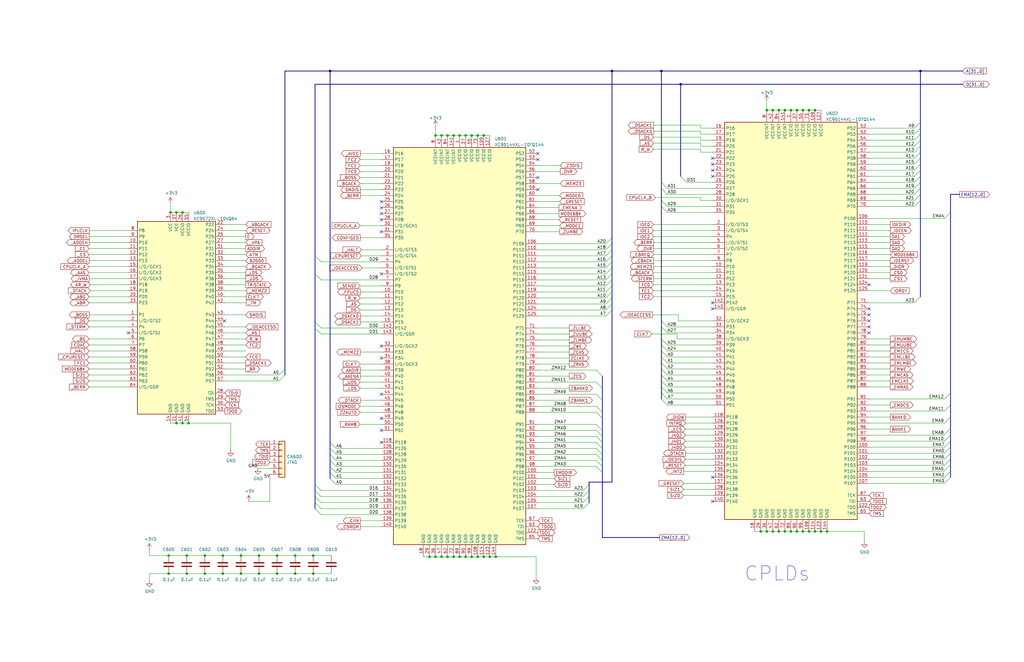
<source format=kicad_sch>
(kicad_sch (version 20231120) (generator "eeschema") (generator_version "8.0")
  (paper "B")
  (title_block (title "Amiga N2630 MC68880 PGA") (date "2024-03-24") (rev "4.1.0b"))
  (junction (at 93.98 234.442))
  (junction (at 124.46 234.442))
  (junction (at 336.042 224.282))
  (junction (at 71.882 89.662))
  (junction (at 74.422 178.562))
  (junction (at 74.422 89.662))
  (junction (at 109.22 234.442))
  (junction (at 71.12 234.442))
  (junction (at 206.502 234.95))
  (junction (at 132.08 234.442))
  (junction (at 209.042 234.95))
  (junction (at 203.962 57.15))
  (junction (at 139.192 29.972))
  (junction (at 109.22 242.062))
  (junction (at 258.064 29.972))
  (junction (at 132.08 242.062))
  (junction (at 191.262 57.15))
  (junction (at 193.802 57.15))
  (junction (at 86.36 234.442))
  (junction (at 196.342 57.15))
  (junction (at 325.882 224.282))
  (junction (at 183.642 57.15))
  (junction (at 191.262 234.95))
  (junction (at 76.962 178.562))
  (junction (at 343.662 46.482))
  (junction (at 330.962 224.282))
  (junction (at 388.112 29.972))
  (junction (at 116.84 234.442))
  (junction (at 188.722 57.15))
  (junction (at 201.422 57.15))
  (junction (at 181.102 234.95))
  (junction (at 341.122 46.482))
  (junction (at 287.02 35.56))
  (junction (at 78.74 234.442))
  (junction (at 76.962 89.662))
  (junction (at 78.74 242.062))
  (junction (at 124.46 242.062))
  (junction (at 278.892 29.972))
  (junction (at 333.502 224.282))
  (junction (at 101.6 234.442))
  (junction (at 341.122 224.282))
  (junction (at 323.342 46.482))
  (junction (at 325.882 46.482))
  (junction (at 338.582 46.482))
  (junction (at 346.202 224.282))
  (junction (at 186.182 234.95))
  (junction (at 198.882 57.15))
  (junction (at 79.502 178.562))
  (junction (at 196.342 234.95))
  (junction (at 186.182 57.15))
  (junction (at 93.98 242.062))
  (junction (at 328.422 46.482))
  (junction (at 101.6 242.062))
  (junction (at 323.342 224.282))
  (junction (at 328.422 224.282))
  (junction (at 343.662 224.282))
  (junction (at 330.962 46.482))
  (junction (at 116.84 242.062))
  (junction (at 336.042 46.482))
  (junction (at 320.802 224.282))
  (junction (at 338.582 224.282))
  (junction (at 183.642 234.95))
  (junction (at 71.12 242.062))
  (junction (at 86.36 242.062))
  (junction (at 333.502 46.482))
  (junction (at 193.802 234.95))
  (junction (at 203.962 234.95))
  (junction (at 188.722 234.95))
  (junction (at 201.422 234.95))
  (junction (at 348.742 224.282))
  (junction (at 198.882 234.95))
  (no_connect (at 300.482 66.802))
  (no_connect (at 160.782 166.37))
  (no_connect (at 160.782 186.69))
  (no_connect (at 226.822 80.01))
  (no_connect (at 226.822 74.93))
  (no_connect (at 226.822 67.31))
  (no_connect (at 226.822 64.77))
  (no_connect (at 300.482 211.582))
  (no_connect (at 366.522 120.142))
  (no_connect (at 160.782 115.57))
  (no_connect (at 160.782 97.79))
  (no_connect (at 160.782 146.05))
  (no_connect (at 366.522 130.302))
  (no_connect (at 300.482 71.882))
  (no_connect (at 300.482 201.422))
  (no_connect (at 160.782 92.71))
  (no_connect (at 300.482 74.422))
  (no_connect (at 366.522 140.462))
  (no_connect (at 366.522 137.922))
  (no_connect (at 366.522 135.382))
  (no_connect (at 160.782 85.09))
  (no_connect (at 160.782 87.63))
  (no_connect (at 160.782 90.17))
  (no_connect (at 300.482 69.342))
  (no_connect (at 94.742 135.382))
  (no_connect (at 160.782 151.13))
  (no_connect (at 160.782 176.53))
  (no_connect (at 160.782 181.61))
  (no_connect (at 366.522 132.842))
  (no_connect (at 54.102 140.462))
  (no_connect (at 300.482 130.302))
  (no_connect (at 300.482 127.762))
  (bus_entry (at 281.432 137.922) (size -2.54 -2.54))
  (bus_entry (at 398.272 186.182) (size 2.54 -2.54))
  (bus_entry (at 398.018 183.642) (size 2.54 -2.54))
  (bus_entry (at 398.272 188.722) (size 2.54 -2.54))
  (bus_entry (at 398.272 173.482) (size 2.54 -2.54))
  (bus_entry (at 398.272 178.562) (size 2.54 -2.54))
  (bus_entry (at 255.524 107.95) (size 2.54 -2.54))
  (bus_entry (at 385.572 74.422) (size 2.54 -2.54))
  (bus_entry (at 385.572 61.722) (size 2.54 -2.54))
  (bus_entry (at 255.524 133.35) (size 2.54 -2.54))
  (bus_entry (at 385.572 54.102) (size 2.54 -2.54))
  (bus_entry (at 281.432 89.662) (size -2.54 -2.54))
  (bus_entry (at 281.432 79.502) (size -2.54 -2.54))
  (bus_entry (at 385.572 127.762) (size 2.54 -2.54))
  (bus_entry (at 385.572 79.502) (size 2.54 -2.54))
  (bus_entry (at 135.382 209.55) (size -2.54 -2.54))
  (bus_entry (at 281.432 165.862) (size -2.54 -2.54))
  (bus_entry (at 398.272 201.422) (size 2.54 -2.54))
  (bus_entry (at 398.272 193.802) (size 2.54 -2.54))
  (bus_entry (at 398.272 203.962) (size 2.54 -2.54))
  (bus_entry (at 398.272 92.202) (size 2.54 -2.54))
  (bus_entry (at 398.018 198.882) (size 2.54 -2.54))
  (bus_entry (at 398.272 196.342) (size 2.54 -2.54))
  (bus_entry (at 398.272 191.262) (size 2.54 -2.54))
  (bus_entry (at 251.46 156.21) (size 2.54 2.54))
  (bus_entry (at 135.382 207.01) (size -2.54 -2.54))
  (bus_entry (at 281.432 163.322) (size -2.54 -2.54))
  (bus_entry (at 281.432 150.622) (size -2.54 -2.54))
  (bus_entry (at 281.432 145.542) (size -2.54 -2.54))
  (bus_entry (at 141.732 204.47) (size -2.54 -2.54))
  (bus_entry (at 141.732 196.85) (size -2.54 -2.54))
  (bus_entry (at 141.732 194.31) (size -2.54 -2.54))
  (bus_entry (at 141.732 199.39) (size -2.54 -2.54))
  (bus_entry (at 141.732 201.93) (size -2.54 -2.54))
  (bus_entry (at 141.732 189.23) (size -2.54 -2.54))
  (bus_entry (at 141.732 191.77) (size -2.54 -2.54))
  (bus_entry (at 255.524 118.11) (size 2.54 -2.54))
  (bus_entry (at 255.524 128.27) (size 2.54 -2.54))
  (bus_entry (at 255.524 120.65) (size 2.54 -2.54))
  (bus_entry (at 255.524 123.19) (size 2.54 -2.54))
  (bus_entry (at 255.524 125.73) (size 2.54 -2.54))
  (bus_entry (at 255.524 130.81) (size 2.54 -2.54))
  (bus_entry (at 245.872 207.01) (size 2.54 -2.54))
  (bus_entry (at 245.872 214.63) (size 2.54 -2.54))
  (bus_entry (at 245.872 212.09) (size 2.54 -2.54))
  (bus_entry (at 255.524 115.57) (size 2.54 -2.54))
  (bus_entry (at 255.524 113.03) (size 2.54 -2.54))
  (bus_entry (at 245.872 209.55) (size 2.54 -2.54))
  (bus_entry (at 251.46 161.29) (size 2.54 2.54))
  (bus_entry (at 385.572 84.582) (size 2.54 -2.54))
  (bus_entry (at 385.572 69.342) (size 2.54 -2.54))
  (bus_entry (at 255.524 110.49) (size 2.54 -2.54))
  (bus_entry (at 385.572 82.042) (size 2.54 -2.54))
  (bus_entry (at 385.572 59.182) (size 2.54 -2.54))
  (bus_entry (at 281.432 170.942) (size -2.54 -2.54))
  (bus_entry (at 385.572 56.642) (size 2.54 -2.54))
  (bus_entry (at 281.432 155.702) (size -2.54 -2.54))
  (bus_entry (at 135.382 217.17) (size -2.54 -2.54))
  (bus_entry (at 281.432 168.402) (size -2.54 -2.54))
  (bus_entry (at 281.432 160.782) (size -2.54 -2.54))
  (bus_entry (at 117.602 158.242) (size 2.54 -2.54))
  (bus_entry (at 255.524 102.87) (size 2.54 -2.54))
  (bus_entry (at 385.572 71.882) (size 2.54 -2.54))
  (bus_entry (at 281.432 158.242) (size -2.54 -2.54))
  (bus_entry (at 398.272 168.402) (size 2.54 -2.54))
  (bus_entry (at 281.432 148.082) (size -2.54 -2.54))
  (bus_entry (at 385.572 64.262) (size 2.54 -2.54))
  (bus_entry (at 281.432 140.462) (size -2.54 -2.54))
  (bus_entry (at 385.572 87.122) (size 2.54 -2.54))
  (bus_entry (at 289.56 76.962) (size -2.54 -2.54))
  (bus_entry (at 385.572 66.802) (size 2.54 -2.54))
  (bus_entry (at 385.572 76.962) (size 2.54 -2.54))
  (bus_entry (at 255.524 105.41) (size 2.54 -2.54))
  (bus_entry (at 281.432 153.162) (size -2.54 -2.54))
  (bus_entry (at 135.382 212.09) (size -2.54 -2.54))
  (bus_entry (at 251.46 171.45) (size 2.54 2.54))
  (bus_entry (at 251.46 166.37) (size 2.54 2.54))
  (bus_entry (at 251.46 179.07) (size 2.54 2.54))
  (bus_entry (at 251.46 173.99) (size 2.54 2.54))
  (bus_entry (at 251.46 191.77) (size 2.54 2.54))
  (bus_entry (at 251.46 194.31) (size 2.54 2.54))
  (bus_entry (at 251.46 196.85) (size 2.54 2.54))
  (bus_entry (at 251.46 184.15) (size 2.54 2.54))
  (bus_entry (at 251.46 189.23) (size 2.54 2.54))
  (bus_entry (at 251.46 181.61) (size 2.54 2.54))
  (bus_entry (at 251.46 186.69) (size 2.54 2.54))
  (bus_entry (at 117.602 160.782) (size 2.54 -2.54))
  (bus_entry (at 281.432 87.122) (size -2.54 -2.54))
  (bus_entry (at 281.432 82.042) (size -2.54 -2.54))
  (bus_entry (at 135.382 110.49) (size -2.54 -2.54))
  (bus_entry (at 135.382 118.11) (size -2.54 -2.54))
  (bus_entry (at 135.382 140.97) (size -2.54 -2.54))
  (bus_entry (at 135.382 138.43) (size -2.54 -2.54))
  (bus_entry (at 135.382 214.63) (size -2.54 -2.54))
  (bus (pts (xy 278.892 79.502) (xy 278.892 84.582)))
  (wire (pts (xy 54.102 112.522) (xy 37.592 112.522)))
  (wire (pts (xy 366.522 173.482) (xy 398.272 173.482)))
  (wire (pts (xy 276.352 83.312) (xy 295.402 83.312)))
  (wire (pts (xy 183.642 234.95) (xy 186.182 234.95)))
  (wire (pts (xy 226.06 243.84) (xy 226.06 234.95)))
  (bus (pts (xy 254 163.83) (xy 254 168.91)))
  (bus (pts (xy 258.064 120.65) (xy 258.064 118.11)))
  (bus (pts (xy 132.842 107.95) (xy 132.842 35.56)))
  (bus (pts (xy 258.064 115.57) (xy 258.064 113.03)))
  (bus (pts (xy 254 181.61) (xy 254 184.15)))
  (wire (pts (xy 203.962 234.95) (xy 206.502 234.95)))
  (wire (pts (xy 366.522 109.982) (xy 375.412 109.982)))
  (wire (pts (xy 288.29 203.962) (xy 300.482 203.962)))
  (wire (pts (xy 103.632 148.082) (xy 94.742 148.082)))
  (wire (pts (xy 181.102 234.95) (xy 183.642 234.95)))
  (wire (pts (xy 101.6 242.062) (xy 93.98 242.062)))
  (bus (pts (xy 248.412 212.09) (xy 248.412 209.55)))
  (wire (pts (xy 300.482 165.862) (xy 281.432 165.862)))
  (wire (pts (xy 300.482 160.782) (xy 281.432 160.782)))
  (wire (pts (xy 54.102 109.982) (xy 37.592 109.982)))
  (wire (pts (xy 188.722 234.95) (xy 191.262 234.95)))
  (wire (pts (xy 151.892 222.25) (xy 160.782 222.25)))
  (wire (pts (xy 366.522 170.942) (xy 375.412 170.942)))
  (wire (pts (xy 135.382 214.63) (xy 160.782 214.63)))
  (wire (pts (xy 320.802 224.282) (xy 318.262 224.282)))
  (wire (pts (xy 286.004 135.382) (xy 286.004 132.842)))
  (wire (pts (xy 295.402 52.832) (xy 275.59 52.832)))
  (bus (pts (xy 139.192 194.31) (xy 139.192 196.85)))
  (wire (pts (xy 328.422 46.482) (xy 325.882 46.482)))
  (wire (pts (xy 385.572 71.882) (xy 366.522 71.882)))
  (bus (pts (xy 254 158.75) (xy 254 163.83)))
  (wire (pts (xy 281.432 150.622) (xy 300.482 150.622)))
  (wire (pts (xy 255.524 110.49) (xy 226.822 110.49)))
  (wire (pts (xy 245.872 214.63) (xy 226.822 214.63)))
  (wire (pts (xy 275.59 94.742) (xy 300.482 94.742)))
  (wire (pts (xy 385.572 84.582) (xy 366.522 84.582)))
  (bus (pts (xy 132.842 212.09) (xy 132.842 214.63)))
  (wire (pts (xy 54.102 122.682) (xy 38.1 122.682)))
  (wire (pts (xy 285.496 143.002) (xy 285.496 140.97)))
  (wire (pts (xy 295.402 60.452) (xy 295.402 61.722)))
  (bus (pts (xy 248.412 209.55) (xy 248.412 207.01)))
  (wire (pts (xy 71.882 85.852) (xy 71.882 89.662)))
  (wire (pts (xy 103.632 102.362) (xy 94.742 102.362)))
  (wire (pts (xy 135.382 207.01) (xy 160.782 207.01)))
  (wire (pts (xy 300.482 107.442) (xy 275.59 107.442)))
  (wire (pts (xy 226.822 97.79) (xy 235.966 97.79)))
  (wire (pts (xy 103.632 155.702) (xy 94.742 155.702)))
  (bus (pts (xy 132.842 138.684) (xy 132.842 204.47)))
  (wire (pts (xy 94.742 125.222) (xy 103.886 125.222)))
  (wire (pts (xy 226.822 189.23) (xy 251.46 189.23)))
  (wire (pts (xy 191.262 57.15) (xy 188.722 57.15)))
  (wire (pts (xy 54.102 125.222) (xy 37.592 125.222)))
  (wire (pts (xy 289.052 193.802) (xy 300.482 193.802)))
  (wire (pts (xy 336.042 46.482) (xy 333.502 46.482)))
  (wire (pts (xy 300.482 209.042) (xy 288.29 209.042)))
  (wire (pts (xy 94.742 94.742) (xy 103.632 94.742)))
  (wire (pts (xy 385.572 127.762) (xy 366.522 127.762)))
  (bus (pts (xy 258.064 102.87) (xy 258.064 100.33)))
  (wire (pts (xy 281.432 148.082) (xy 300.482 148.082)))
  (wire (pts (xy 226.822 92.71) (xy 235.712 92.71)))
  (wire (pts (xy 37.592 158.242) (xy 54.102 158.242)))
  (wire (pts (xy 281.432 89.662) (xy 300.482 89.662)))
  (wire (pts (xy 281.432 82.042) (xy 300.482 82.042)))
  (bus (pts (xy 254 191.77) (xy 254 194.31)))
  (bus (pts (xy 400.812 191.262) (xy 400.812 188.722)))
  (wire (pts (xy 226.822 194.31) (xy 251.46 194.31)))
  (wire (pts (xy 160.782 74.93) (xy 151.892 74.93)))
  (wire (pts (xy 103.632 122.682) (xy 94.742 122.682)))
  (wire (pts (xy 226.822 191.77) (xy 251.46 191.77)))
  (bus (pts (xy 258.064 118.11) (xy 258.064 115.57)))
  (bus (pts (xy 254 199.39) (xy 254 226.822)))
  (wire (pts (xy 300.482 186.182) (xy 289.052 186.182)))
  (wire (pts (xy 94.742 158.242) (xy 117.602 158.242)))
  (wire (pts (xy 300.482 112.522) (xy 275.59 112.522)))
  (wire (pts (xy 206.502 234.95) (xy 209.042 234.95)))
  (wire (pts (xy 366.522 176.022) (xy 375.412 176.022)))
  (wire (pts (xy 226.822 95.25) (xy 235.966 95.25)))
  (wire (pts (xy 196.342 234.95) (xy 198.882 234.95)))
  (wire (pts (xy 160.782 64.77) (xy 151.892 64.77)))
  (bus (pts (xy 388.112 64.262) (xy 388.112 66.802)))
  (bus (pts (xy 254 189.23) (xy 254 191.77)))
  (wire (pts (xy 160.782 77.47) (xy 151.892 77.47)))
  (wire (pts (xy 300.482 170.942) (xy 281.432 170.942)))
  (wire (pts (xy 141.732 196.85) (xy 160.782 196.85)))
  (wire (pts (xy 289.56 76.962) (xy 300.482 76.962)))
  (wire (pts (xy 94.742 109.982) (xy 103.632 109.982)))
  (wire (pts (xy 385.572 54.102) (xy 366.522 54.102)))
  (wire (pts (xy 160.782 173.99) (xy 151.892 173.99)))
  (wire (pts (xy 325.882 46.482) (xy 323.342 46.482)))
  (wire (pts (xy 196.342 57.15) (xy 193.802 57.15)))
  (wire (pts (xy 54.102 117.602) (xy 37.592 117.602)))
  (bus (pts (xy 400.812 176.022) (xy 400.812 170.942)))
  (bus (pts (xy 388.112 61.722) (xy 388.112 64.262)))
  (wire (pts (xy 366.522 145.542) (xy 375.412 145.542)))
  (wire (pts (xy 93.98 242.062) (xy 86.36 242.062)))
  (wire (pts (xy 300.482 183.642) (xy 289.052 183.642)))
  (wire (pts (xy 275.59 104.902) (xy 300.482 104.902)))
  (wire (pts (xy 103.632 150.622) (xy 94.742 150.622)))
  (wire (pts (xy 37.592 148.082) (xy 54.102 148.082)))
  (wire (pts (xy 226.822 199.39) (xy 233.68 199.39)))
  (wire (pts (xy 124.46 242.062) (xy 132.08 242.062)))
  (wire (pts (xy 341.122 224.282) (xy 338.582 224.282)))
  (wire (pts (xy 37.592 132.842) (xy 54.102 132.842)))
  (bus (pts (xy 400.812 89.662) (xy 400.812 82.042)))
  (wire (pts (xy 151.892 156.21) (xy 160.782 156.21)))
  (wire (pts (xy 151.892 123.19) (xy 160.782 123.19)))
  (wire (pts (xy 54.102 137.922) (xy 37.592 137.922)))
  (bus (pts (xy 254 194.31) (xy 254 196.85)))
  (wire (pts (xy 226.822 90.17) (xy 235.712 90.17)))
  (wire (pts (xy 37.592 104.902) (xy 54.102 104.902)))
  (wire (pts (xy 300.482 163.322) (xy 281.432 163.322)))
  (wire (pts (xy 281.432 87.122) (xy 300.482 87.122)))
  (bus (pts (xy 248.412 203.454) (xy 258.064 203.454)))
  (wire (pts (xy 209.042 234.95) (xy 226.06 234.95)))
  (bus (pts (xy 278.892 158.242) (xy 278.892 160.782)))
  (wire (pts (xy 135.382 217.17) (xy 160.782 217.17)))
  (wire (pts (xy 191.262 234.95) (xy 193.802 234.95)))
  (bus (pts (xy 258.064 113.03) (xy 258.064 110.49)))
  (wire (pts (xy 366.522 178.562) (xy 398.272 178.562)))
  (bus (pts (xy 278.892 153.162) (xy 278.892 155.702)))
  (wire (pts (xy 385.572 69.342) (xy 366.522 69.342)))
  (bus (pts (xy 120.142 29.972) (xy 139.192 29.972)))
  (wire (pts (xy 160.782 163.83) (xy 151.892 163.83)))
  (wire (pts (xy 375.412 122.682) (xy 366.522 122.682)))
  (bus (pts (xy 278.892 160.782) (xy 278.892 163.322)))
  (bus (pts (xy 254 176.53) (xy 254 181.61)))
  (bus (pts (xy 258.064 128.27) (xy 258.064 130.81)))
  (wire (pts (xy 151.892 125.73) (xy 160.782 125.73)))
  (wire (pts (xy 76.962 178.562) (xy 79.502 178.562)))
  (wire (pts (xy 151.892 158.75) (xy 160.782 158.75)))
  (wire (pts (xy 226.822 143.51) (xy 240.03 143.51)))
  (wire (pts (xy 289.052 176.022) (xy 300.482 176.022)))
  (wire (pts (xy 103.632 140.462) (xy 94.742 140.462)))
  (wire (pts (xy 226.822 87.63) (xy 235.712 87.63)))
  (wire (pts (xy 255.524 102.87) (xy 226.822 102.87)))
  (wire (pts (xy 109.22 242.062) (xy 101.6 242.062)))
  (wire (pts (xy 141.732 191.77) (xy 160.782 191.77)))
  (wire (pts (xy 193.802 234.95) (xy 196.342 234.95)))
  (wire (pts (xy 79.502 178.562) (xy 97.282 178.562)))
  (bus (pts (xy 388.112 66.802) (xy 388.112 69.342)))
  (bus (pts (xy 400.812 82.042) (xy 404.622 82.042)))
  (wire (pts (xy 366.522 163.322) (xy 375.412 163.322)))
  (wire (pts (xy 103.632 145.542) (xy 94.742 145.542)))
  (wire (pts (xy 300.482 117.602) (xy 275.59 117.602)))
  (wire (pts (xy 226.822 72.39) (xy 236.22 72.39)))
  (bus (pts (xy 278.892 145.542) (xy 278.892 148.082)))
  (bus (pts (xy 278.892 29.972) (xy 388.112 29.972)))
  (bus (pts (xy 278.892 165.862) (xy 278.892 168.402)))
  (bus (pts (xy 400.812 193.802) (xy 400.812 191.262)))
  (wire (pts (xy 135.382 138.43) (xy 160.782 138.43)))
  (wire (pts (xy 109.22 234.442) (xy 116.84 234.442)))
  (wire (pts (xy 151.892 120.65) (xy 160.782 120.65)))
  (wire (pts (xy 160.782 107.95) (xy 152.4 107.95)))
  (bus (pts (xy 258.064 130.81) (xy 258.064 203.454)))
  (wire (pts (xy 366.522 183.642) (xy 398.018 183.642)))
  (wire (pts (xy 141.732 189.23) (xy 160.782 189.23)))
  (wire (pts (xy 333.502 46.482) (xy 330.962 46.482)))
  (wire (pts (xy 226.822 153.67) (xy 240.03 153.67)))
  (wire (pts (xy 300.482 115.062) (xy 275.59 115.062)))
  (wire (pts (xy 160.782 95.25) (xy 151.892 95.25)))
  (bus (pts (xy 400.812 89.662) (xy 400.812 165.862)))
  (wire (pts (xy 116.84 242.062) (xy 124.46 242.062)))
  (wire (pts (xy 135.382 110.49) (xy 160.782 110.49)))
  (wire (pts (xy 54.102 107.442) (xy 37.592 107.442)))
  (wire (pts (xy 300.482 120.142) (xy 275.59 120.142)))
  (wire (pts (xy 86.36 234.442) (xy 78.74 234.442)))
  (bus (pts (xy 388.112 29.972) (xy 405.892 29.972)))
  (wire (pts (xy 226.822 77.47) (xy 236.22 77.47)))
  (wire (pts (xy 103.632 112.522) (xy 94.742 112.522)))
  (wire (pts (xy 97.282 189.992) (xy 97.282 178.562)))
  (wire (pts (xy 151.892 130.81) (xy 160.782 130.81)))
  (wire (pts (xy 275.59 60.452) (xy 295.402 60.452)))
  (wire (pts (xy 338.582 224.282) (xy 336.042 224.282)))
  (wire (pts (xy 226.822 85.09) (xy 235.966 85.09)))
  (wire (pts (xy 300.482 84.582) (xy 295.402 84.582)))
  (wire (pts (xy 226.822 82.55) (xy 235.966 82.55)))
  (wire (pts (xy 198.882 57.15) (xy 196.342 57.15)))
  (wire (pts (xy 226.822 179.07) (xy 251.46 179.07)))
  (wire (pts (xy 201.422 57.15) (xy 198.882 57.15)))
  (wire (pts (xy 109.22 242.062) (xy 116.84 242.062)))
  (wire (pts (xy 348.742 224.282) (xy 364.49 224.282)))
  (wire (pts (xy 275.59 99.822) (xy 300.482 99.822)))
  (wire (pts (xy 71.12 234.442) (xy 62.992 234.442)))
  (bus (pts (xy 139.192 191.77) (xy 139.192 194.31)))
  (wire (pts (xy 385.572 87.122) (xy 366.522 87.122)))
  (wire (pts (xy 198.882 234.95) (xy 201.422 234.95)))
  (wire (pts (xy 255.524 133.35) (xy 226.822 133.35)))
  (bus (pts (xy 400.812 188.722) (xy 400.812 186.182)))
  (bus (pts (xy 258.064 100.33) (xy 258.064 29.972)))
  (bus (pts (xy 388.112 56.642) (xy 388.112 59.182)))
  (wire (pts (xy 275.59 125.222) (xy 300.482 125.222)))
  (bus (pts (xy 139.192 186.69) (xy 139.192 189.23)))
  (wire (pts (xy 124.46 234.442) (xy 132.08 234.442)))
  (wire (pts (xy 141.732 199.39) (xy 160.782 199.39)))
  (wire (pts (xy 71.12 242.062) (xy 62.992 242.062)))
  (wire (pts (xy 366.522 168.402) (xy 398.272 168.402)))
  (wire (pts (xy 203.962 57.15) (xy 201.422 57.15)))
  (wire (pts (xy 54.102 99.822) (xy 37.592 99.822)))
  (bus (pts (xy 400.812 183.642) (xy 400.812 176.022)))
  (wire (pts (xy 366.522 112.522) (xy 375.412 112.522)))
  (wire (pts (xy 37.592 153.162) (xy 54.102 153.162)))
  (bus (pts (xy 278.892 163.322) (xy 278.892 165.862)))
  (wire (pts (xy 226.822 184.15) (xy 251.46 184.15)))
  (wire (pts (xy 366.522 203.962) (xy 398.272 203.962)))
  (wire (pts (xy 366.522 115.062) (xy 375.412 115.062)))
  (wire (pts (xy 385.572 64.262) (xy 366.522 64.262)))
  (wire (pts (xy 186.182 234.95) (xy 188.722 234.95)))
  (wire (pts (xy 323.342 224.282) (xy 320.802 224.282)))
  (wire (pts (xy 288.29 198.882) (xy 300.482 198.882)))
  (wire (pts (xy 226.822 140.97) (xy 240.03 140.97)))
  (wire (pts (xy 300.482 191.262) (xy 289.052 191.262)))
  (bus (pts (xy 278.892 137.922) (xy 278.892 143.002)))
  (wire (pts (xy 366.522 143.002) (xy 375.412 143.002)))
  (wire (pts (xy 255.524 130.81) (xy 226.822 130.81)))
  (bus (pts (xy 258.064 107.95) (xy 258.064 105.41)))
  (wire (pts (xy 385.572 56.642) (xy 366.522 56.642)))
  (wire (pts (xy 323.342 42.672) (xy 323.342 46.482)))
  (wire (pts (xy 117.602 160.782) (xy 94.742 160.782)))
  (wire (pts (xy 132.08 234.442) (xy 139.7 234.442)))
  (wire (pts (xy 160.782 161.29) (xy 151.892 161.29)))
  (wire (pts (xy 300.482 56.642) (xy 295.402 56.642)))
  (bus (pts (xy 132.842 115.57) (xy 132.842 107.95)))
  (wire (pts (xy 226.822 204.47) (xy 233.68 204.47)))
  (wire (pts (xy 151.892 153.67) (xy 160.782 153.67)))
  (wire (pts (xy 54.102 127.762) (xy 37.592 127.762)))
  (bus (pts (xy 388.112 82.042) (xy 388.112 84.582)))
  (wire (pts (xy 289.052 196.342) (xy 300.482 196.342)))
  (wire (pts (xy 295.402 55.372) (xy 275.59 55.372)))
  (wire (pts (xy 275.59 97.282) (xy 300.482 97.282)))
  (bus (pts (xy 400.812 186.182) (xy 400.812 183.642)))
  (wire (pts (xy 132.08 242.062) (xy 139.7 242.062)))
  (wire (pts (xy 295.402 64.262) (xy 295.402 62.992)))
  (bus (pts (xy 400.812 201.422) (xy 400.812 198.882)))
  (wire (pts (xy 366.522 117.602) (xy 375.412 117.602)))
  (wire (pts (xy 289.052 181.102) (xy 300.482 181.102)))
  (wire (pts (xy 226.822 151.13) (xy 240.03 151.13)))
  (wire (pts (xy 54.102 120.142) (xy 38.1 120.142)))
  (wire (pts (xy 226.822 158.75) (xy 240.03 158.75)))
  (wire (pts (xy 255.524 105.41) (xy 226.822 105.41)))
  (wire (pts (xy 295.402 56.642) (xy 295.402 55.372)))
  (bus (pts (xy 258.064 29.972) (xy 278.892 29.972)))
  (wire (pts (xy 93.98 234.442) (xy 86.36 234.442)))
  (wire (pts (xy 281.432 153.162) (xy 300.482 153.162)))
  (bus (pts (xy 132.842 135.89) (xy 132.842 115.57)))
  (wire (pts (xy 275.59 102.362) (xy 300.482 102.362)))
  (wire (pts (xy 275.59 62.992) (xy 295.402 62.992)))
  (wire (pts (xy 151.892 67.31) (xy 160.782 67.31)))
  (bus (pts (xy 254 184.15) (xy 254 186.69)))
  (wire (pts (xy 366.522 198.882) (xy 398.018 198.882)))
  (wire (pts (xy 108.712 197.612) (xy 113.792 197.612)))
  (wire (pts (xy 366.522 104.902) (xy 375.412 104.902)))
  (wire (pts (xy 160.782 80.01) (xy 151.892 80.01)))
  (wire (pts (xy 255.524 113.03) (xy 226.822 113.03)))
  (wire (pts (xy 366.522 150.622) (xy 375.412 150.622)))
  (bus (pts (xy 287.02 35.56) (xy 405.892 35.56)))
  (wire (pts (xy 288.29 206.502) (xy 300.482 206.502)))
  (wire (pts (xy 160.782 171.45) (xy 151.892 171.45)))
  (wire (pts (xy 151.892 128.27) (xy 160.782 128.27)))
  (wire (pts (xy 206.502 57.15) (xy 203.962 57.15)))
  (wire (pts (xy 160.782 179.07) (xy 151.892 179.07)))
  (wire (pts (xy 286.004 132.842) (xy 275.082 132.842)))
  (wire (pts (xy 255.524 115.57) (xy 226.822 115.57)))
  (wire (pts (xy 160.782 168.91) (xy 151.892 168.91)))
  (wire (pts (xy 37.592 150.622) (xy 54.102 150.622)))
  (wire (pts (xy 385.572 79.502) (xy 366.522 79.502)))
  (wire (pts (xy 37.592 160.782) (xy 54.102 160.782)))
  (wire (pts (xy 328.422 224.282) (xy 325.882 224.282)))
  (wire (pts (xy 366.522 153.162) (xy 375.412 153.162)))
  (wire (pts (xy 245.872 212.09) (xy 226.822 212.09)))
  (wire (pts (xy 54.102 135.382) (xy 37.592 135.382)))
  (wire (pts (xy 275.59 57.912) (xy 295.402 57.912)))
  (wire (pts (xy 160.782 72.39) (xy 151.892 72.39)))
  (wire (pts (xy 226.822 171.45) (xy 251.46 171.45)))
  (wire (pts (xy 37.592 145.542) (xy 54.102 145.542)))
  (wire (pts (xy 226.822 146.05) (xy 240.03 146.05)))
  (wire (pts (xy 103.632 137.922) (xy 94.742 137.922)))
  (bus (pts (xy 400.812 170.942) (xy 400.812 165.862)))
  (bus (pts (xy 139.192 199.39) (xy 139.192 201.93)))
  (wire (pts (xy 364.49 228.6) (xy 364.49 224.282)))
  (wire (pts (xy 103.632 143.002) (xy 94.742 143.002)))
  (bus (pts (xy 278.892 148.082) (xy 278.892 150.622)))
  (wire (pts (xy 94.742 97.282) (xy 103.632 97.282)))
  (bus (pts (xy 388.112 79.502) (xy 388.112 82.042)))
  (bus (pts (xy 120.142 158.242) (xy 120.142 155.702)))
  (bus (pts (xy 388.112 54.102) (xy 388.112 56.642)))
  (wire (pts (xy 226.822 181.61) (xy 251.46 181.61)))
  (bus (pts (xy 132.842 35.56) (xy 287.02 35.56)))
  (bus (pts (xy 254 226.822) (xy 278.13 226.822)))
  (bus (pts (xy 258.064 105.41) (xy 258.064 102.87)))
  (bus (pts (xy 120.142 155.702) (xy 120.142 29.972)))
  (wire (pts (xy 160.782 204.47) (xy 141.732 204.47)))
  (wire (pts (xy 295.402 54.102) (xy 295.402 52.832)))
  (bus (pts (xy 139.192 196.85) (xy 139.192 199.39)))
  (bus (pts (xy 388.112 74.422) (xy 388.112 76.962)))
  (bus (pts (xy 388.112 69.342) (xy 388.112 71.882)))
  (wire (pts (xy 366.522 158.242) (xy 375.412 158.242)))
  (wire (pts (xy 109.22 234.442) (xy 101.6 234.442)))
  (wire (pts (xy 330.962 224.282) (xy 328.422 224.282)))
  (wire (pts (xy 274.828 140.97) (xy 285.496 140.97)))
  (bus (pts (xy 388.112 51.562) (xy 388.112 54.102)))
  (wire (pts (xy 385.572 76.962) (xy 366.522 76.962)))
  (wire (pts (xy 37.592 155.702) (xy 54.102 155.702)))
  (wire (pts (xy 79.502 89.662) (xy 76.962 89.662)))
  (bus (pts (xy 132.842 138.43) (xy 132.842 135.89)))
  (wire (pts (xy 366.522 193.802) (xy 398.272 193.802)))
  (bus (pts (xy 258.064 123.19) (xy 258.064 120.65)))
  (wire (pts (xy 346.202 46.482) (xy 343.662 46.482)))
  (wire (pts (xy 152.654 113.03) (xy 160.782 113.03)))
  (wire (pts (xy 74.422 178.562) (xy 76.962 178.562)))
  (wire (pts (xy 86.36 242.062) (xy 78.74 242.062)))
  (wire (pts (xy 113.792 211.582) (xy 104.902 211.582)))
  (bus (pts (xy 278.892 84.582) (xy 278.892 87.122)))
  (bus (pts (xy 278.892 155.702) (xy 278.892 158.242)))
  (bus (pts (xy 248.412 207.01) (xy 248.412 204.47)))
  (wire (pts (xy 226.822 156.21) (xy 251.46 156.21)))
  (wire (pts (xy 385.572 74.422) (xy 366.522 74.422)))
  (wire (pts (xy 74.422 89.662) (xy 71.882 89.662)))
  (wire (pts (xy 113.792 200.152) (xy 113.792 211.582)))
  (wire (pts (xy 135.382 209.55) (xy 160.782 209.55)))
  (bus (pts (xy 278.892 135.382) (xy 278.892 137.922)))
  (wire (pts (xy 300.482 158.242) (xy 281.432 158.242)))
  (wire (pts (xy 141.732 194.31) (xy 160.782 194.31)))
  (wire (pts (xy 78.74 234.442) (xy 71.12 234.442)))
  (wire (pts (xy 183.642 53.34) (xy 183.642 57.15)))
  (wire (pts (xy 375.412 99.822) (xy 366.522 99.822)))
  (bus (pts (xy 278.892 76.962) (xy 278.892 79.502)))
  (bus (pts (xy 388.112 71.882) (xy 388.112 74.422)))
  (wire (pts (xy 103.632 120.142) (xy 94.742 120.142)))
  (wire (pts (xy 135.382 140.97) (xy 160.782 140.97)))
  (wire (pts (xy 94.742 132.842) (xy 103.632 132.842)))
  (wire (pts (xy 366.522 107.442) (xy 375.412 107.442)))
  (wire (pts (xy 141.732 201.93) (xy 160.782 201.93)))
  (wire (pts (xy 152.4 105.41) (xy 160.782 105.41)))
  (wire (pts (xy 78.74 242.062) (xy 71.12 242.062)))
  (wire (pts (xy 300.482 143.002) (xy 285.496 143.002)))
  (wire (pts (xy 193.802 57.15) (xy 191.262 57.15)))
  (wire (pts (xy 300.482 135.382) (xy 286.004 135.382)))
  (bus (pts (xy 388.112 76.962) (xy 388.112 79.502)))
  (wire (pts (xy 366.522 97.282) (xy 375.412 97.282)))
  (bus (pts (xy 132.842 207.01) (xy 132.842 209.55)))
  (wire (pts (xy 300.482 64.262) (xy 295.402 64.262)))
  (wire (pts (xy 300.482 54.102) (xy 295.402 54.102)))
  (wire (pts (xy 295.402 57.912) (xy 295.402 59.182)))
  (wire (pts (xy 300.482 109.982) (xy 275.59 109.982)))
  (wire (pts (xy 151.892 69.85) (xy 160.782 69.85)))
  (wire (pts (xy 151.892 133.35) (xy 160.782 133.35)))
  (wire (pts (xy 281.432 137.922) (xy 300.482 137.922)))
  (bus (pts (xy 254 168.91) (xy 254 173.99)))
  (wire (pts (xy 325.882 224.282) (xy 323.342 224.282)))
  (bus (pts (xy 278.892 29.972) (xy 278.892 76.962)))
  (wire (pts (xy 343.662 46.482) (xy 341.122 46.482)))
  (wire (pts (xy 385.572 61.722) (xy 366.522 61.722)))
  (wire (pts (xy 366.522 181.102) (xy 375.412 181.102)))
  (bus (pts (xy 258.064 128.27) (xy 258.064 125.73)))
  (wire (pts (xy 330.962 46.482) (xy 328.422 46.482)))
  (bus (pts (xy 388.112 59.182) (xy 388.112 61.722)))
  (wire (pts (xy 338.582 46.482) (xy 336.042 46.482)))
  (wire (pts (xy 54.102 115.062) (xy 37.592 115.062)))
  (wire (pts (xy 300.482 188.722) (xy 289.052 188.722)))
  (wire (pts (xy 289.052 178.562) (xy 300.482 178.562)))
  (wire (pts (xy 62.992 234.442) (xy 62.992 231.902)))
  (bus (pts (xy 132.842 204.47) (xy 132.842 207.01)))
  (wire (pts (xy 186.182 57.15) (xy 183.642 57.15)))
  (bus (pts (xy 254 173.99) (xy 254 176.53)))
  (wire (pts (xy 245.872 207.01) (xy 226.822 207.01)))
  (wire (pts (xy 54.102 102.362) (xy 37.592 102.362)))
  (wire (pts (xy 103.632 153.162) (xy 94.742 153.162)))
  (wire (pts (xy 366.522 196.342) (xy 398.272 196.342)))
  (wire (pts (xy 348.742 224.282) (xy 346.202 224.282)))
  (wire (pts (xy 226.822 186.69) (xy 251.46 186.69)))
  (wire (pts (xy 226.822 196.85) (xy 251.46 196.85)))
  (bus (pts (xy 258.064 125.73) (xy 258.064 123.19)))
  (bus (pts (xy 278.892 150.622) (xy 278.892 153.162)))
  (wire (pts (xy 236.22 69.85) (xy 226.822 69.85)))
  (wire (pts (xy 333.502 224.282) (xy 330.962 224.282)))
  (wire (pts (xy 101.6 234.442) (xy 93.98 234.442)))
  (wire (pts (xy 103.632 117.602) (xy 94.742 117.602)))
  (bus (pts (xy 139.192 189.23) (xy 139.192 191.77)))
  (wire (pts (xy 366.522 148.082) (xy 375.412 148.082)))
  (bus (pts (xy 254 186.69) (xy 254 189.23)))
  (wire (pts (xy 94.742 99.822) (xy 103.632 99.822)))
  (wire (pts (xy 341.122 46.482) (xy 338.582 46.482)))
  (wire (pts (xy 160.782 82.55) (xy 151.892 82.55)))
  (wire (pts (xy 226.822 163.83) (xy 240.03 163.83)))
  (bus (pts (xy 287.02 35.56) (xy 287.02 74.422)))
  (wire (pts (xy 295.402 84.582) (xy 295.402 83.312)))
  (wire (pts (xy 255.524 123.19) (xy 226.822 123.19)))
  (wire (pts (xy 300.482 168.402) (xy 281.432 168.402)))
  (wire (pts (xy 281.432 79.502) (xy 300.482 79.502)))
  (wire (pts (xy 54.102 97.282) (xy 37.592 97.282)))
  (bus (pts (xy 278.892 143.002) (xy 278.892 145.542)))
  (wire (pts (xy 343.662 224.282) (xy 341.122 224.282)))
  (wire (pts (xy 366.522 160.782) (xy 375.412 160.782)))
  (wire (pts (xy 94.742 127.762) (xy 103.886 127.762)))
  (bus (pts (xy 139.192 29.972) (xy 258.064 29.972)))
  (wire (pts (xy 366.522 102.362) (xy 375.412 102.362)))
  (wire (pts (xy 226.822 107.95) (xy 255.524 107.95)))
  (wire (pts (xy 245.872 209.55) (xy 226.822 209.55)))
  (wire (pts (xy 94.742 104.902) (xy 103.632 104.902)))
  (bus (pts (xy 388.112 84.582) (xy 388.112 125.222)))
  (wire (pts (xy 226.822 201.93) (xy 233.68 201.93)))
  (wire (pts (xy 37.592 163.322) (xy 54.102 163.322)))
  (wire (pts (xy 76.962 89.662) (xy 74.422 89.662)))
  (wire (pts (xy 281.432 155.702) (xy 300.482 155.702)))
  (bus (pts (xy 139.192 29.972) (xy 139.192 186.69)))
  (wire (pts (xy 385.572 82.042) (xy 366.522 82.042)))
  (wire (pts (xy 226.822 173.99) (xy 251.46 173.99)))
  (wire (pts (xy 116.84 234.442) (xy 124.46 234.442)))
  (wire (pts (xy 275.59 122.682) (xy 300.482 122.682)))
  (wire (pts (xy 255.524 118.11) (xy 226.822 118.11)))
  (wire (pts (xy 226.822 161.29) (xy 251.46 161.29)))
  (wire (pts (xy 255.524 120.65) (xy 226.822 120.65)))
  (wire (pts (xy 366.522 201.422) (xy 398.272 201.422)))
  (bus (pts (xy 388.112 29.972) (xy 388.112 51.562)))
  (wire (pts (xy 336.042 224.282) (xy 333.502 224.282)))
  (wire (pts (xy 295.402 61.722) (xy 300.482 61.722)))
  (wire (pts (xy 94.742 107.442) (xy 103.632 107.442)))
  (wire (pts (xy 160.782 148.59) (xy 151.892 148.59)))
  (wire (pts (xy 295.402 59.182) (xy 300.482 59.182)))
  (wire (pts (xy 385.572 66.802) (xy 366.522 66.802)))
  (wire (pts (xy 226.822 166.37) (xy 251.46 166.37)))
  (wire (pts (xy 160.782 219.71) (xy 151.892 219.71)))
  (wire (pts (xy 366.522 155.702) (xy 375.412 155.702)))
  (wire (pts (xy 188.722 57.15) (xy 186.182 57.15)))
  (wire (pts (xy 366.522 186.182) (xy 398.272 186.182)))
  (bus (pts (xy 254 196.85) (xy 254 199.39)))
  (bus (pts (xy 400.812 198.882) (xy 400.812 193.802)))
  (wire (pts (xy 160.782 135.89) (xy 151.892 135.89)))
  (wire (pts (xy 160.782 100.33) (xy 151.892 100.33)))
  (wire (pts (xy 281.432 145.542) (xy 300.482 145.542)))
  (wire (pts (xy 240.03 148.59) (xy 226.822 148.59)))
  (wire (pts (xy 201.422 234.95) (xy 203.962 234.95)))
  (wire (pts (xy 178.562 234.95) (xy 181.102 234.95)))
  (wire (pts (xy 255.524 128.27) (xy 226.822 128.27)))
  (wire (pts (xy 226.822 168.91) (xy 240.03 168.91)))
  (wire (pts (xy 255.524 125.73) (xy 226.822 125.73)))
  (bus (pts (xy 278.892 87.122) (xy 278.892 135.382)))
  (wire (pts (xy 71.882 178.562) (xy 74.422 178.562)))
  (wire (pts (xy 62.992 242.062) (xy 62.992 245.11)))
  (wire (pts (xy 226.822 138.43) (xy 240.03 138.43)))
  (wire (pts (xy 366.522 188.722) (xy 398.272 188.722)))
  (wire (pts (xy 385.572 59.182) (xy 366.522 59.182)))
  (wire (pts (xy 366.522 92.202) (xy 398.272 92.202)))
  (bus (pts (xy 258.064 110.49) (xy 258.064 107.95)))
  (bus (pts (xy 248.412 204.47) (xy 248.412 203.454)))
  (wire (pts (xy 281.432 140.462) (xy 300.482 140.462)))
  (wire (pts (xy 54.102 143.002) (xy 37.592 143.002)))
  (wire (pts (xy 135.382 118.11) (xy 160.782 118.11)))
  (wire (pts (xy 103.632 115.062) (xy 94.742 115.062)))
  (wire (pts (xy 375.412 94.742) (xy 366.522 94.742)))
  (wire (pts (xy 346.202 224.282) (xy 343.662 224.282)))
  (bus (pts (xy 132.842 209.55) (xy 132.842 212.09)))
  (wire (pts (xy 366.522 191.262) (xy 398.272 191.262)))
  (wire (pts (xy 135.382 212.09) (xy 160.782 212.09)))
  (text "CPLDs" (at 341.63 245.745 0) (effects (font (size 5.9944 5.9944)) (justify right bottom)))
  (label "D19" (at 159.512 214.63 180))
  (label "A1" (at 281.432 153.162 0))
  (label "ZMA1" (at 238.76 186.69 180))
  (label "A20" (at 385.572 82.042 180))
  (label "A0" (at 141.732 204.47 0))
  (label "A7" (at 255.524 133.35 180))
  (label "ZMA2" (at 238.76 191.77 180))
  (label "ZMA10" (at 238.76 173.99 180))
  (label "A13" (at 255.524 118.11 180))
  (label "A26" (at 281.432 89.662 0))
  (label "ZMA8" (at 238.76 171.45 180))
  (label "A12" (at 385.572 61.722 180))
  (label "ZMA6" (at 238.76 184.15 180))
  (label "A5" (at 141.732 191.77 0))
  (label "D20" (at 159.512 217.17 180))
  (label "A2" (at 281.432 155.702 0))
  (label "A23" (at 385.572 127.762 180))
  (label "A12" (at 255.524 120.65 180))
  (label "ZMA11" (at 238.76 161.29 180))
  (label "A2" (at 141.732 199.39 0))
  (label "A14" (at 385.572 66.802 180))
  (label "A18" (at 385.572 76.962 180))
  (label "A30" (at 281.432 82.042 0))
  (label "ZMA7" (at 238.76 179.07 180))
  (label "D30" (at 159.512 138.43 180))
  (label "A15" (at 255.524 113.03 180))
  (label "A23" (at 245.872 207.01 180))
  (label "A19" (at 385.572 79.502 180))
  (label "A21" (at 385.572 84.582 180))
  (label "A1" (at 117.602 160.782 180))
  (label "ZMA0" (at 238.76 181.61 180))
  (label "ZMA12" (at 238.76 156.21 180))
  (label "A10" (at 385.572 56.642 180))
  (label "A11" (at 255.524 123.19 180))
  (label "ZMA9" (at 238.76 166.37 180))
  (label "ZMA3" (at 238.76 196.85 180))
  (label "A9" (at 385.572 54.102 180))
  (label "EMA2" (at 398.272 201.422 180))
  (label "A6" (at 281.432 165.862 0))
  (label "A6" (at 141.732 189.23 0))
  (label "A19" (at 245.872 214.63 180))
  (label "D16" (at 159.512 207.01 180))
  (label "A27" (at 281.432 140.462 0))
  (label "A8" (at 255.524 130.81 180))
  (label "A25" (at 281.432 145.542 0))
  (label "D28" (at 159.512 118.11 180))
  (label "EMA5" (at 398.018 198.882 180))
  (label "EMA4" (at 398.272 92.202 180))
  (label "A20" (at 255.524 102.87 180))
  (label "EMA9" (at 398.018 178.562 180))
  (label "A16" (at 255.524 110.49 180))
  (label "A18" (at 255.524 105.41 180))
  (label "A17" (at 385.572 74.422 180))
  (label "EMA12" (at 398.018 168.402 180))
  (label "A24" (at 281.432 148.082 0))
  (label "A4" (at 281.432 160.782 0))
  (label "EMA8" (at 398.018 183.642 180))
  (label "D18" (at 159.512 212.09 180))
  (label "A0" (at 281.432 150.622 0))
  (label "A7" (at 281.432 168.402 0))
  (label "EMA6" (at 398.272 193.802 180))
  (label "A15" (at 385.572 69.342 180))
  (label "5V" (at 113.792 201.93 180))
  (label "EMA10" (at 398.018 186.182 180))
  (label "A9" (at 255.524 128.27 180))
  (label "ZMA4" (at 238.76 194.31 180))
  (label "EMA3" (at 398.272 203.962 180))
  (label "EMA11" (at 398.018 173.482 180))
  (label "A3" (at 141.732 196.85 0))
  (label "A22" (at 385.572 87.122 180))
  (label "ZMA5" (at 238.76 189.23 180))
  (label "A10" (at 255.524 125.73 180))
  (label "A22" (at 245.872 209.55 180))
  (label "A8" (at 281.432 170.942 0))
  (label "A31" (at 281.432 79.502 0))
  (label "EMA0" (at 398.272 191.262 180))
  (label "D31" (at 159.512 140.97 180))
  (label "EMA1" (at 398.272 196.342 180))
  (label "A16" (at 385.572 71.882 180))
  (label "A13" (at 385.572 64.262 180))
  (label "A21" (at 245.872 212.09 180))
  (label "A0" (at 117.602 158.242 180))
  (label "A1" (at 141.732 201.93 0))
  (label "A17" (at 255.524 107.95 180))
  (label "EMA7" (at 398.272 188.722 180))
  (label "A29" (at 281.432 87.122 0))
  (label "D29" (at 159.512 110.49 180))
  (label "A11" (at 385.572 59.182 180))
  (label "A5" (at 281.432 163.322 0))
  (label "D31" (at 289.56 76.962 0))
  (label "A28" (at 281.432 137.922 0))
  (label "A4" (at 141.732 194.31 0))
  (label "A3" (at 281.432 158.242 0))
  (label "A14" (at 255.524 115.57 180))
  (label "GND" (at 108.712 197.612 180))
  (label "D17" (at 159.512 209.55 180))
  (global_label "SIZ0" (shape input) (at 37.592 160.782 180) (property "Intersheetrefs" "${INTERSHEET_REFS}" (effects (hide yes))))
  (global_label "_BERR" (shape output) (at 151.892 82.55 180) (property "Intersheetrefs" "${INTERSHEET_REFS}" (effects (hide yes))))
  (global_label "MODE68K" (shape input) (at 375.412 107.442 0) (property "Intersheetrefs" "${INTERSHEET_REFS}" (effects (hide yes))))
  (global_label "_CS0" (shape output) (at 375.412 115.062 0) (property "Intersheetrefs" "${INTERSHEET_REFS}" (effects (hide yes))))
  (global_label "OSMODE" (shape input) (at 151.892 171.45 180) (property "Intersheetrefs" "${INTERSHEET_REFS}" (effects (hide yes))))
  (global_label "_UDS" (shape output) (at 103.632 117.602 0) (property "Intersheetrefs" "${INTERSHEET_REFS}" (effects (hide yes))))
  (global_label "_ZCAS" (shape output) (at 240.03 148.59 0) (property "Intersheetrefs" "${INTERSHEET_REFS}" (effects (hide yes))))
  (global_label "_AAS" (shape bidirectional) (at 37.592 115.062 180) (property "Intersheetrefs" "${INTERSHEET_REFS}" (effects (hide yes))))
  (global_label "Z2AUTO" (shape input) (at 151.892 173.99 180) (property "Intersheetrefs" "${INTERSHEET_REFS}" (effects (hide yes))))
  (global_label "_DSACK0" (shape output) (at 151.892 133.35 180) (property "Intersheetrefs" "${INTERSHEET_REFS}" (effects (hide yes))))
  (global_label "_ADOEL" (shape output) (at 37.592 109.982 180) (property "Intersheetrefs" "${INTERSHEET_REFS}" (effects (hide yes))))
  (global_label "J402" (shape input) (at 289.052 183.642 180) (property "Intersheetrefs" "${INTERSHEET_REFS}" (effects (hide yes))))
  (global_label "B2000" (shape input) (at 103.632 109.982 0) (property "Intersheetrefs" "${INTERSHEET_REFS}" (effects (hide yes))))
  (global_label "E" (shape output) (at 103.632 99.822 0) (property "Intersheetrefs" "${INTERSHEET_REFS}" (effects (hide yes))))
  (global_label "BANK0" (shape output) (at 375.412 176.022 0) (property "Intersheetrefs" "${INTERSHEET_REFS}" (effects (hide yes))))
  (global_label "_ZUMBE" (shape output) (at 235.966 97.79 0) (property "Intersheetrefs" "${INTERSHEET_REFS}" (effects (hide yes))))
  (global_label "_ADOEH" (shape output) (at 37.592 102.362 180) (property "Intersheetrefs" "${INTERSHEET_REFS}" (effects (hide yes))))
  (global_label "_BERR" (shape output) (at 275.59 102.362 180) (property "Intersheetrefs" "${INTERSHEET_REFS}" (effects (hide yes))))
  (global_label "_BGACK" (shape input) (at 151.892 77.47 180) (property "Intersheetrefs" "${INTERSHEET_REFS}" (effects (hide yes))))
  (global_label "ZMA[12..0]" (shape output) (at 278.13 226.822 0) (property "Intersheetrefs" "${INTERSHEET_REFS}" (effects (hide yes))))
  (global_label "TCK" (shape input) (at 94.742 170.942 0) (property "Intersheetrefs" "${INTERSHEET_REFS}" (effects (hide yes))))
  (global_label "FC0" (shape input) (at 103.632 150.622 0) (property "Intersheetrefs" "${INTERSHEET_REFS}" (effects (hide yes))))
  (global_label "AADIR" (shape output) (at 151.892 156.21 180) (effects (font (size 1.2954 1.2954))) (property "Intersheetrefs" "${INTERSHEET_REFS}" (effects (hide yes))))
  (global_label "_DSACK1" (shape output) (at 275.59 52.832 180) (property "Intersheetrefs" "${INTERSHEET_REFS}" (effects (hide yes))))
  (global_label "ZBANK1" (shape output) (at 240.03 168.91 0) (property "Intersheetrefs" "${INTERSHEET_REFS}" (effects (hide yes))))
  (global_label "DA0" (shape output) (at 375.412 102.362 0) (property "Intersheetrefs" "${INTERSHEET_REFS}" (effects (hide yes))))
  (global_label "FC1" (shape input) (at 275.59 122.682 180) (property "Intersheetrefs" "${INTERSHEET_REFS}" (effects (hide yes))))
  (global_label "SIZ1" (shape input) (at 233.68 201.93 0) (property "Intersheetrefs" "${INTERSHEET_REFS}" (effects (hide yes))))
  (global_label "IORDY" (shape input) (at 375.412 122.682 0) (property "Intersheetrefs" "${INTERSHEET_REFS}" (effects (hide yes))))
  (global_label "INTRQ" (shape input) (at 289.052 178.562 180) (property "Intersheetrefs" "${INTERSHEET_REFS}" (effects (hide yes))))
  (global_label "IDE2" (shape input) (at 275.59 99.822 180) (property "Intersheetrefs" "${INTERSHEET_REFS}" (effects (hide yes))))
  (global_label "_ABR" (shape bidirectional) (at 37.592 127.762 180) (property "Intersheetrefs" "${INTERSHEET_REFS}" (effects (hide yes))))
  (global_label "_BGACK" (shape bidirectional) (at 103.632 112.522 0) (property "Intersheetrefs" "${INTERSHEET_REFS}" (effects (hide yes))))
  (global_label "_DS" (shape input) (at 37.592 135.382 180) (property "Intersheetrefs" "${INTERSHEET_REFS}" (effects (hide yes))))
  (global_label "FC2" (shape input) (at 275.59 125.222 180) (property "Intersheetrefs" "${INTERSHEET_REFS}" (effects (hide yes))))
  (global_label "D[31..0]" (shape bidirectional) (at 405.892 35.56 0) (property "Intersheetrefs" "${INTERSHEET_REFS}" (effects (hide yes))))
  (global_label "R_W" (shape input) (at 103.632 143.002 0) (property "Intersheetrefs" "${INTERSHEET_REFS}" (effects (hide yes))))
  (global_label "TMS" (shape input) (at 94.742 168.402 0) (property "Intersheetrefs" "${INTERSHEET_REFS}" (effects (hide yes))))
  (global_label "_MEMZ3" (shape output) (at 275.59 112.522 180) (property "Intersheetrefs" "${INTERSHEET_REFS}" (effects (hide yes))))
  (global_label "_IDEACCESS" (shape output) (at 275.082 132.842 180) (property "Intersheetrefs" "${INTERSHEET_REFS}" (effects (hide yes))))
  (global_label "TRISTATE" (shape output) (at 103.632 120.142 0) (property "Intersheetrefs" "${INTERSHEET_REFS}" (effects (hide yes))))
  (global_label "CPUCLK_B" (shape input) (at 276.352 83.312 180) (property "Intersheetrefs" "${INTERSHEET_REFS}" (effects (hide yes))))
  (global_label "_BG" (shape bidirectional) (at 37.592 143.002 180) (property "Intersheetrefs" "${INTERSHEET_REFS}" (effects (hide yes))))
  (global_label "_AS" (shape input) (at 151.892 128.27 180) (property "Intersheetrefs" "${INTERSHEET_REFS}" (effects (hide yes))))
  (global_label "_C1" (shape input) (at 37.592 104.902 180) (property "Intersheetrefs" "${INTERSHEET_REFS}" (effects (hide yes))))
  (global_label "_EM1CS" (shape output) (at 375.412 148.082 0) (property "Intersheetrefs" "${INTERSHEET_REFS}" (effects (hide yes))))
  (global_label "TMS" (shape input) (at 366.522 216.662 0) (property "Intersheetrefs" "${INTERSHEET_REFS}" (effects (hide yes))))
  (global_label "MODE68K" (shape input) (at 37.592 155.702 180) (property "Intersheetrefs" "${INTERSHEET_REFS}" (effects (hide yes))))
  (global_label "SMDIS" (shape input) (at 103.632 132.842 0) (property "Intersheetrefs" "${INTERSHEET_REFS}" (effects (hide yes))))
  (global_label "_LDS" (shape output) (at 103.632 115.062 0) (property "Intersheetrefs" "${INTERSHEET_REFS}" (effects (hide yes))))
  (global_label "_STERM" (shape input) (at 37.592 137.922 180) (property "Intersheetrefs" "${INTERSHEET_REFS}" (effects (hide yes))))
  (global_label "_OVR" (shape output) (at 236.22 72.39 0) (property "Intersheetrefs" "${INTERSHEET_REFS}" (effects (hide yes))))
  (global_label "_DTACK" (shape output) (at 289.052 191.262 180) (property "Intersheetrefs" "${INTERSHEET_REFS}" (effects (hide yes))))
  (global_label "TDO1" (shape input) (at 366.522 211.582 0) (property "Intersheetrefs" "${INTERSHEET_REFS}" (effects (hide yes))))
  (global_label "_IDERST" (shape output) (at 375.412 109.982 0) (property "Intersheetrefs" "${INTERSHEET_REFS}" (effects (hide yes))))
  (global_label "_EM0CS" (shape output) (at 375.412 170.942 0) (property "Intersheetrefs" "${INTERSHEET_REFS}" (effects (hide yes))))
  (global_label "A[31..0]" (shape input) (at 405.892 29.972 0) (property "Intersheetrefs" "${INTERSHEET_REFS}" (effects (hide yes))))
  (global_label "_ZWE" (shape output) (at 240.03 146.05 0) (property "Intersheetrefs" "${INTERSHEET_REFS}" (effects (hide yes))))
  (global_label "DA1" (shape output) (at 375.412 99.822 0) (property "Intersheetrefs" "${INTERSHEET_REFS}" (effects (hide yes))))
  (global_label "CPUCLK_A" (shape input) (at 151.892 95.25 180) (property "Intersheetrefs" "${INTERSHEET_REFS}" (effects (hide yes))))
  (global_label "_DS" (shape input) (at 151.892 130.81 180) (property "Intersheetrefs" "${INTERSHEET_REFS}" (effects (hide yes))))
  (global_label "_SENSE" (shape input) (at 151.892 120.65 180) (property "Intersheetrefs" "${INTERSHEET_REFS}" (effects (hide yes))))
  (global_label "ZBANK0" (shape output) (at 240.03 163.83 0) (property "Intersheetrefs" "${INTERSHEET_REFS}" (effects (hide yes))))
  (global_label "_EMWE" (shape output) (at 375.412 155.702 0) (property "Intersheetrefs" "${INTERSHEET_REFS}" (effects (hide yes))))
  (global_label "_MODE1" (shape input) (at 235.966 95.25 0) (property "Intersheetrefs" "${INTERSHEET_REFS}" (effects (hide yes))))
  (global_label "BANK1" (shape output) (at 375.412 181.102 0) (property "Intersheetrefs" "${INTERSHEET_REFS}" (effects (hide yes))))
  (global_label "_EMLMBE" (shape output) (at 375.412 153.162 0) (property "Intersheetrefs" "${INTERSHEET_REFS}" (effects (hide yes))))
  (global_label "J400" (shape input) (at 289.052 188.722 180) (property "Intersheetrefs" "${INTERSHEET_REFS}" (effects (hide yes))))
  (global_label "_RESET" (shape input) (at 289.052 196.342 180) (property "Intersheetrefs" "${INTERSHEET_REFS}" (effects (hide yes))))
  (global_label "_RESET" (shape bidirectional) (at 103.632 97.282 0) (property "Intersheetrefs" "${INTERSHEET_REFS}" (effects (hide yes))))
  (global_label "R_W" (shape input) (at 151.892 125.73 180) (property "Intersheetrefs" "${INTERSHEET_REFS}" (effects (hide yes))))
  (global_label "_CPURESET" (shape input) (at 37.592 150.622 180) (property "Intersheetrefs" "${INTERSHEET_REFS}" (effects (hide yes))))
  (global_label "_IVMA" (shape output) (at 37.592 117.602 180) (property "Intersheetrefs" "${INTERSHEET_REFS}" (effects (hide yes))))
  (global_label "IDE1" (shape input) (at 275.59 97.282 180) (property "Intersheetrefs" "${INTERSHEET_REFS}" (effects (hide yes))))
  (global_label "_MEMZ2" (shape output) (at 151.892 148.59 180) (property "Intersheetrefs" "${INTERSHEET_REFS}" (effects (hide yes))))
  (global_label "CLK7" (shape output) (at 103.886 125.222 0) (property "Intersheetrefs" "${INTERSHEET_REFS}" (effects (hide yes))))
  (global_label "EMA[12..0]" (shape output) (at 404.622 82.042 0) (property "Intersheetrefs" "${INTERSHEET_REFS}" (effects (hide yes))))
  (global_label "R_W" (shape input) (at 275.59 62.992 180) (property "Intersheetrefs" "${INTERSHEET_REFS}" (effects (hide yes))))
  (global_label "_DS" (shape input) (at 275.59 57.912 180) (property "Intersheetrefs" "${INTERSHEET_REFS}" (effects (hide yes))))
  (global_label "EMDDIR" (shape output) (at 233.68 199.39 0) (property "Intersheetrefs" "${INTERSHEET_REFS}" (effects (hide yes))))
  (global_label "TDO0" (shape output) (at 94.742 173.482 0) (property "Intersheetrefs" "${INTERSHEET_REFS}" (effects (hide yes))))
  (global_label "TDO2" (shape input) (at 113.792 195.072 180) (property "Intersheetrefs" "${INTERSHEET_REFS}" (effects (hide yes))))
  (global_label "_CIIN" (shape output) (at 151.892 219.71 180) (property "Intersheetrefs" "${INTERSHEET_REFS}" (effects (hide yes))))
  (global_label "_CS1" (shape output) (at 375.412 117.602 0) (property "Intersheetrefs" "${INTERSHEET_REFS}" (effects (hide yes))))
  (global_label "ADDIR" (shape output) (at 103.632 104.902 0) (property "Intersheetrefs" "${INTERSHEET_REFS}" (effects (hide yes))))
  (global_label "_CPURESET" (shape input) (at 152.4 107.95 180) (property "Intersheetrefs" "${INTERSHEET_REFS}" (effects (hide yes))))
  (global_label "CONFIGED" (shape output) (at 151.892 100.33 180) (property "Intersheetrefs" "${INTERSHEET_REFS}" (effects (hide yes))))
  (global_label "TDO1" (shape output) (at 226.822 224.79 0) (property "Intersheetrefs" "${INTERSHEET_REFS}" (effects (hide yes))))
  (global_label "_EMCAS" (shape output) (at 375.412 158.242 0) (property "Intersheetrefs" "${INTERSHEET_REFS}" (effects (hide yes))))
  (global_label "_ZLLBE" (shape output) (at 240.03 138.43 0) (property "Intersheetrefs" "${INTERSHEET_REFS}" (effects (hide yes))))
  (global_label "_AAENA" (shape output) (at 151.892 158.75 180) (effects (font (size 1.2954 1.2954))) (property "Intersheetrefs" "${INTERSHEET_REFS}" (effects (hide yes))))
  (global_label "_RESET" (shape input) (at 235.712 92.71 0) (property "Intersheetrefs" "${INTERSHEET_REFS}" (effects (hide yes))))
  (global_label "SIZ1" (shape input) (at 37.592 158.242 180) (property "Intersheetrefs" "${INTERSHEET_REFS}" (effects (hide yes))))
  (global_label "_HALT" (shape input) (at 37.592 148.082 180) (property "Intersheetrefs" "${INTERSHEET_REFS}" (effects (hide yes))))
  (global_label "_ECS" (shape input) (at 289.052 181.102 180) (property "Intersheetrefs" "${INTERSHEET_REFS}" (effects (hide yes))))
  (global_label "DRSEL" (shape output) (at 37.592 99.822 180) (property "Intersheetrefs" "${INTERSHEET_REFS}" (effects (hide yes))))
  (global_label "_FPUCS" (shape output) (at 151.892 123.19 180) (property "Intersheetrefs" "${INTERSHEET_REFS}" (effects (hide yes))))
  (global_label "_Z3DIS" (shape input) (at 236.22 69.85 0) (effects (font (size 1.2954 1.2954))) (property "Intersheetrefs" "${INTERSHEET_REFS}" (effects (hide yes))))
  (global_label "_ZRAS" (shape output) (at 240.03 153.67 0) (property "Intersheetrefs" "${INTERSHEET_REFS}" (effects (hide yes))))
  (global_label "CDAC" (shape input) (at 37.592 145.542 180) (property "Intersheetrefs" "${INTERSHEET_REFS}" (effects (hide yes))))
  (global_label "_DTACK" (shape output) (at 151.892 168.91 180) (property "Intersheetrefs" "${INTERSHEET_REFS}" (effects (hide yes))))
  (global_label "_GRESET" (shape input) (at 288.29 203.962 180) (property "Intersheetrefs" "${INTERSHEET_REFS}" (effects (hide yes))))
  (global_label "FC2" (shape input) (at 151.892 67.31 180) (property "Intersheetrefs" "${INTERSHEET_REFS}" (effects (hide yes))))
  (global_label "FC1" (shape input) (at 37.592 153.162 180) (property "Intersheetrefs" "${INTERSHEET_REFS}" (effects (hide yes))))
  (global_label "_CBREQ" (shape input) (at 275.59 107.442 180) (property "Intersheetrefs" "${INTERSHEET_REFS}" (effects (hide yes))))
  (global_label "_7M" (shape output) (at 103.886 127.762 0) (property "Intersheetrefs" "${INTERSHEET_REFS}" (effects (hide yes))))
  (global_label "_MEMZ3" (shape input) (at 236.22 77.47 0) (property "Intersheetrefs" "${INTERSHEET_REFS}" (effects (hide yes))))
  (global_label "_BR" (shape output) (at 103.632 155.702 0) (property "Intersheetrefs" "${INTERSHEET_REFS}" (effects (hide yes))))
  (global_label "_AVEC" (shape output) (at 151.892 64.77 180) (property "Intersheetrefs" "${INTERSHEET_REFS}" (effects (hide yes))))
  (global_label "_EMUUBE" (shape output) (at 375.412 145.542 0) (property "Intersheetrefs" "${INTERSHEET_REFS}" (effects (hide yes))))
  (global_label "DA2" (shape output) (at 375.412 104.902 0) (property "Intersheetrefs" "${INTERSHEET_REFS}" (effects (hide yes))))
  (global_label "ZCLKE" (shape output) (at 240.03 151.13 0) (property "Intersheetrefs" "${INTERSHEET_REFS}" (effects (hide yes))))
  (global_label "_VPA" (shape input) (at 103.632 102.362 0) (property "Intersheetrefs" "${INTERSHEET_REFS}" (effects (hide yes))))
  (global_label "SIZ0" (shape input) (at 233.68 204.47 0) (property "Intersheetrefs" "${INTERSHEET_REFS}" (effects (hide yes))))
  (global_label "_CSROM" (shape output) (at 151.892 222.25 180) (property "Intersheetrefs" "${INTERSHEET_REFS}" (effects (hide yes))))
  (global_label "_C3" (shape input) (at 37.592 107.442 180) (property "Intersheetrefs" "${INTERSHEET_REFS}" (effects (hide yes))))
  (global_label "_IDEDIS" (shape input) (at 289.052 193.802 180) (property "Intersheetrefs" "${INTERSHEET_REFS}" (effects (hide yes))))
  (global_label "FC0" (shape input) (at 151.892 72.39 180) (property "Intersheetrefs" "${INTERSHEET_REFS}" (effects (hide yes))))
  (global_label "FC1" (shape input) (at 151.892 69.85 180) (property "Intersheetrefs" "${INTERSHEET_REFS}" (effects (hide yes))))
  (global_label "_DTACK" (shape input) (at 38.1 122.682 180) (property "Intersheetrefs" "${INTERSHEET_REFS}" (effects (hide yes))))
  (global_label "J401" (shape input) (at 289.052 186.182 180) (property "Intersheetrefs" "${INTERSHEET_REFS}" (effects (hide yes))))
  (global_label "_ABG" (shape bidirectional) (at 37.592 125.222 180) (property "Intersheetrefs" "${INTERSHEET_REFS}" (effects (hide yes))))
  (global_label "IDEDIR" (shape output) (at 375.412 94.742 0) (property "Intersheetrefs" "${INTERSHEET_REFS}" (effects (hide yes))))
  (global_label "TCK" (shape input) (at 226.822 219.71 0) (property "Intersheetrefs" "${INTERSHEET_REFS}" (effects (hide yes))))
  (global_label "AR_W" (shape bidirectional) (at 38.1 120.142 180) (property "Intersheetrefs" "${INTERSHEET_REFS}" (effects (hide yes))))
  (global_label "_IDEEN" (shape output) (at 375.412 97.282 0) (property "Intersheetrefs" "${INTERSHEET_REFS}" (effects (hide yes))))
  (global_label "_INT2" (shape output) (at 288.29 198.882 180) (property "Intersheetrefs" "${INTERSHEET_REFS}" (effects (hide yes))))
  (global_label "_LDS" (shape input) (at 151.892 163.83 180) (property "Intersheetrefs" "${INTERSHEET_REFS}" (effects (hide yes))))
  (global_label "_MODE0" (shape input) (at 235.966 82.55 0) (property "Intersheetrefs" "${INTERSHEET_REFS}" (effects (hide yes))))
  (global_label "_ZLMBE" (shape output) (at 240.03 143.51 0) (property "Intersheetrefs" "${INTERSHEET_REFS}" (effects (hide yes))))
  (global_label "MODE68K" (shape output) (at 235.712 90.17 0) (property "Intersheetrefs" "${INTERSHEET_REFS}" (effects (hide yes))))
  (global_label "_IDEACCESS" (shape input) (at 103.632 137.922 0) (property "Intersheetrefs" "${INTERSHEET_REFS}" (effects (hide yes))))
  (global_label "CLK7" (shape input) (at 274.828 140.97 180) (property "Intersheetrefs" "${INTERSHEET_REFS}" (effects (hide yes))))
  (global_label "_EMLLBE" (shape output) (at 375.412 150.622 0) (property "Intersheetrefs" "${INTERSHEET_REFS}" (effects (hide yes))))
  (global_label "EMCLKE" (shape output) (at 375.412 160.782 0) (property "Intersheetrefs" "${INTERSHEET_REFS}" (effects (hide yes))))
  (global_label "_MEMZ2" (shape input) (at 103.632 122.682 0) (property "Intersheetrefs" "${INTERSHEET_REFS}" (effects (hide yes))))
  (global_label "TMS" (shape output) (at 113.792 189.992 180) (property "Intersheetrefs" "${INTERSHEET_REFS}" (effects (hide yes))))
  (global_label "_ZCS" (shape output) (at 240.03 158.75 0) (property "Intersheetrefs" "${INTERSHEET_REFS}" (effects (hide yes))))
  (global_label "TCK" (shape output) (at 113.792 187.452 180) (property "Intersheetrefs" "${INTERSHEET_REFS}" (effects (hide yes))))
  (global_label "_ABGACK" (shape input) (at 103.632 94.742 0) (property "Intersheetrefs" "${INTERSHEET_REFS}" (effects (hide yes))))
  (global_label "_GRESET" (shape input) (at 235.966 85.09 0) (property "Intersheetrefs" "${INTERSHEET_REFS}" (effects (hide yes))))
  (global_label "FC2" (shape input) (at 103.632 145.542 0) (property "Intersheetrefs" "${INTERSHEET_REFS}" (effects (hide yes))))
  (global_label "SMDIS" (shape output) (at 151.892 80.01 180) (property "Intersheetrefs" "${INTERSHEET_REFS}" (effects (hide yes))))
  (global_label "_DSACK1" (shape output) (at 103.632 153.162 0) (property "Intersheetrefs" "${INTERSHEET_REFS}" (effects (hide yes))))
  (global_label "FC0" (shape input) (at 275.59 120.142 180) (property "Intersheetrefs" "${INTERSHEET_REFS}" (effects (hide yes))))
  (global_label "_DSACK0" (shape output) (at 275.59 55.372 180) (property "Intersheetrefs" "${INTERSHEET_REFS}" (effects (hide yes))))
  (global_label "_DSACK1" (shape output) (at 151.892 135.89 180) (property "Intersheetrefs" "${INTERSHEET_REFS}" (effects (hide yes))))
  (global_label "_BGACK" (shape input) (at 275.59 115.062 180) (property "Intersheetrefs" "${INTERSHEET_REFS}" (effects (hide yes))))
  (global_label "_DIOW" (shape output) (at 289.052 176.022 180) (property "Intersheetrefs" "${INTERSHEET_REFS}" (effects (hide yes))))
  (global_label "_BOSS" (shape input) (at 151.892 74.93 180) (property "Intersheetrefs" "${INTERSHEET_REFS}" (effects (hide yes))))
  (global_label "TDO0" (shape input) (at 226.822 222.25 0) (property "Intersheetrefs" "${INTERSHEET_REFS}" (effects (hide yes))))
  (global_label "_OVR" (shape output) (at 275.59 104.902 180) (property "Intersheetrefs" "${INTERSHEET_REFS}" (effects (hide yes))))
  (global_label "_BOSS" (shape output) (at 37.592 132.842 180) (property "Intersheetrefs" "${INTERSHEET_REFS}" (effects (hide yes))))
  (global_label "_EMENA" (shape output) (at 235.712 87.63 0) (property "Intersheetrefs" "${INTERSHEET_REFS}" (effects (hide yes))))
  (global_label "IPLCLK" (shape output) (at 37.592 97.282 180) (property "Intersheetrefs" "${INTERSHEET_REFS}" (effects (hide yes))))
  (global_label "IDE0" (shape input) (at 275.59 94.742 180) (property "Intersheetrefs" "${INTERSHEET_REFS}" (effects (hide yes))))
  (global_label "SIZ1" (shape input) (at 288.29 206.502 180) (property "Intersheetrefs" "${INTERSHEET_REFS}" (effects (hide yes))))
  (global_label "_DIOR" (shape output) (at 375.412 112.522 0) (property "Intersheetrefs" "${INTERSHEET_REFS}" (effects (hide yes))))
  (global_label "SIZ0" (shape input) (at 288.29 209.042 180) (property "Intersheetrefs" "${INTERSHEET_REFS}" (effects (hide yes))))
  (global_label "_UDS" (shape input) (at 151.892 161.29 180) (property "Intersheetrefs" "${INTERSHEET_REFS}" (effects (hide yes))))
  (global_label "TDO2" (shape output) (at 366.522 214.122 0) (property "Intersheetrefs" "${INTERSHEET_REFS}" (effects (hide yes))))
  (global_label "A7M" (shape input) (at 103.632 107.442 0) (property "Intersheetrefs" "${INTERSHEET_REFS}" (effects (hide yes))))
  (global_label "TMS" (shape input) (at 226.822 227.33 0) (property "Intersheetrefs" "${INTERSHEET_REFS}" (effects (hide yes))))
  (global_label "_AS" (shape input) (at 103.632 140.462 0) (property "Intersheetrefs" "${INTERSHEET_REFS}" (effects (hide yes))))
  (global_label "_HALT" (shape input) (at 152.4 105.41 180) (property "Intersheetrefs" "${INTERSHEET_REFS}" (effects (hide yes))))
  (global_label "TDI0" (shape output) (at 113.792 192.532 180) (property "Intersheetrefs" "${INTERSHEET_REFS}" (effects (hide yes))))
  (global_label "TDI0" (shape input) (at 94.742 165.862 0) (property "Intersheetrefs" "${INTERSHEET_REFS}" (effects (hide yes))))
  (global_label "TCK" (shape input) (at 366.522 209.042 0) (property "Intersheetrefs" "${INTERSHEET_REFS}" (effects (hide yes))))
  (global_label "_CBACK" (shape output) (at 275.59 109.982 180) (property "Intersheetrefs" "${INTERSHEET_REFS}" (effects (hide yes))))
  (global_label "_EMUMBE" (shape output) (at 375.412 143.002 0) (property "Intersheetrefs" "${INTERSHEET_REFS}" (effects (hide yes))))
  (global_label "_RAM8" (shape input) (at 151.892 179.07 180) (property "Intersheetrefs" "${INTERSHEET_REFS}" (effects (hide yes))))
  (global_label "_AS" (shape input) (at 275.59 60.452 180) (property "Intersheetrefs" "${INTERSHEET_REFS}" (effects (hide yes))))
  (global_label "CPUCLK_A" (shape input) (at 37.592 112.522 180) (property "Intersheetrefs" "${INTERSHEET_REFS}" (effects (hide yes))))
  (global_label "_STERM" (shape output) (at 275.59 117.602 180) (property "Intersheetrefs" "${INTERSHEET_REFS}" (effects (hide yes))))
  (global_label "_EMRAS" (shape output) (at 375.412 163.322 0) (property "Intersheetrefs" "${INTERSHEET_REFS}" (effects (hide yes))))
  (global_label "_ZUUBE" (shape output) (at 240.03 140.97 0) (property "Intersheetrefs" "${INTERSHEET_REFS}" (effects (hide yes))))
  (global_label "_IDEACCESS" (shape input) (at 152.654 113.03 180) (property "Intersheetrefs" "${INTERSHEET_REFS}" (effects (hide yes))))
  (global_label "CLK7" (shape input) (at 151.892 153.67 180) (property "Intersheetrefs" "${INTERSHEET_REFS}" (effects (hide yes))))
  (global_label "_BERR" (shape input) (at 37.592 163.322 180) (property "Intersheetrefs" "${INTERSHEET_REFS}" (effects (hide yes))))
  (symbol (lib_id "Connector_Generic:Conn_01x06") (at 118.872 192.532 0) (unit 1)
    (property "Reference" "CN600" (at 120.904 192.7352 0) (effects (justify left)))
    (property "Value" "JTAG" (at 120.904 195.0466 0) (effects (justify left)))
    (property "Footprint" "Connector_PinHeader_2.54mm:PinHeader_1x06_P2.54mm_Vertical" (effects (hide yes)))
  )
  (symbol (lib_id "power:GND") (at 97.282 189.992 0) (unit 1)
    (property "Reference" "#PWR0155" (effects (hide yes)))
    (property "Value" "GND" (at 97.409 194.3862 0))
  )
  (symbol (lib_id "power:GND") (at 226.06 243.84 0) (unit 1)
    (property "Reference" "#PWR0173" (effects (hide yes)))
    (property "Value" "GND" (at 226.187 248.2342 0))
  )
  (symbol (lib_id "power:GND") (at 364.49 228.6 0) (unit 1)
    (property "Reference" "#PWR0178" (effects (hide yes)))
    (property "Value" "GND" (at 364.617 232.9942 0))
  )
  (symbol (lib_id "Device:C") (at 71.12 238.252 0) (unit 1)
    (property "Reference" "C600" (at 68.58 231.902 0) (effects (justify left)))
    (property "Value" "0.1uF" (at 68.58 244.602 0) (effects (justify left)))
    (property "Footprint" "Capacitor_SMD:C_0805_2012Metric" (effects (hide yes)))
    (property "LCSC" "C49678" (effects (hide yes)))
  )
  (symbol (lib_id "Device:C") (at 78.74 238.252 0) (unit 1)
    (property "Reference" "C601" (at 76.2 231.902 0) (effects (justify left)))
    (property "Value" "0.1uF" (at 76.2 244.602 0) (effects (justify left)))
    (property "Footprint" "Capacitor_SMD:C_0805_2012Metric" (effects (hide yes)))
    (property "LCSC" "C49678" (effects (hide yes)))
  )
  (symbol (lib_id "Device:C") (at 86.36 238.252 0) (unit 1)
    (property "Reference" "C602" (at 83.82 231.902 0) (effects (justify left)))
    (property "Value" "0.1uF" (at 83.82 244.602 0) (effects (justify left)))
    (property "Footprint" "Capacitor_SMD:C_0805_2012Metric" (effects (hide yes)))
    (property "LCSC" "C49678" (effects (hide yes)))
  )
  (symbol (lib_id "Device:C") (at 93.98 238.252 0) (unit 1)
    (property "Reference" "C603" (at 91.44 231.902 0) (effects (justify left)))
    (property "Value" "0.1uF" (at 91.44 244.602 0) (effects (justify left)))
    (property "Footprint" "Capacitor_SMD:C_0805_2012Metric" (effects (hide yes)))
    (property "LCSC" "C49678" (effects (hide yes)))
  )
  (symbol (lib_id "Device:C") (at 101.6 238.252 0) (unit 1)
    (property "Reference" "C604" (at 99.06 231.902 0) (effects (justify left)))
    (property "Value" "0.1uF" (at 99.06 244.602 0) (effects (justify left)))
    (property "Footprint" "Capacitor_SMD:C_0805_2012Metric" (effects (hide yes)))
    (property "LCSC" "C49678" (effects (hide yes)))
  )
  (symbol (lib_id "Device:C") (at 109.22 238.252 0) (unit 1)
    (property "Reference" "C605" (at 106.68 231.902 0) (effects (justify left)))
    (property "Value" "0.1uF" (at 106.68 244.602 0) (effects (justify left)))
    (property "Footprint" "Capacitor_SMD:C_0805_2012Metric" (effects (hide yes)))
    (property "LCSC" "C49678" (effects (hide yes)))
  )
  (symbol (lib_id "power:GND") (at 62.992 245.11 0) (unit 1)
    (property "Reference" "#PWR0182" (effects (hide yes)))
    (property "Value" "GND" (at 63.119 249.5042 0))
  )
  (symbol (lib_id "power:+3.3V") (at 62.992 231.902 0) (unit 1)
    (property "Reference" "#PWR0181" (effects (hide yes)))
    (property "Value" "+3V3" (at 63.373 227.5078 0))
  )
  (symbol (lib_id "power:GND") (at 108.712 197.612 0) (unit 1)
    (property "Reference" "#PWR08001" (effects (hide yes)))
    (property "Value" "GND" (at 108.839 202.0062 0))
  )
  (symbol (lib_id "power:+5V") (at 104.902 211.582 0) (unit 1)
    (property "Reference" "#PWR08002" (effects (hide yes)))
    (property "Value" "+5V" (at 105.283 207.1878 0))
  )
  (symbol (lib_id "power:+3.3V") (at 71.882 85.852 0) (unit 1)
    (property "Reference" "#PWR0166" (effects (hide yes)))
    (property "Value" "+3V3" (at 72.263 81.4578 0))
  )
  (symbol (lib_id "Device:C") (at 124.46 238.252 0) (unit 1)
    (property "Reference" "C608" (at 121.92 231.902 0) (effects (justify left)))
    (property "Value" "0.1uF" (at 121.92 244.602 0) (effects (justify left)))
    (property "Footprint" "Capacitor_SMD:C_0805_2012Metric" (effects (hide yes)))
    (property "LCSC" "C49678" (effects (hide yes)))
  )
  (symbol (lib_id "CPLD_Xilinx:XC9572XL-VQ64") (at 74.422 132.842 0) (unit 1)
    (property "Reference" "U600" (at 81.5214 89.7722 0) (effects (justify left)))
    (property "Value" "XC9572XL-10VQ64" (at 81.5214 92.3091 0) (effects (justify left)))
    (property "Footprint" "Package_QFP:TQFP-64_10x10mm_P0.5mm" (effects (hide yes)))
    (property "Datasheet" "http://www.xilinx.com/support/documentation/data_sheets/ds057.pdf" (effects (hide yes)))
    (property "LCSC" "C90569" (effects (hide yes)))
  )
  (symbol (lib_id "power:+3.3V") (at 323.342 42.672 0) (unit 1)
    (property "Reference" "#PWR0162" (effects (hide yes)))
    (property "Value" "+3V3" (at 323.342 39.0962 0))
  )
  (symbol (lib_id "power:+3.3V") (at 183.642 53.34 0) (unit 1)
    (property "Reference" "#PWR0161" (effects (hide yes)))
    (property "Value" "+3V3" (at 183.642 49.7642 0))
  )
  (symbol (lib_id "CPLD_Xilinx:XC95144XL-TQ144") (at 193.802 146.05 0) (unit 1)
    (property "Reference" "U601" (at 208.5214 58.5302 0) (effects (justify left)))
    (property "Value" "XC95144XL-10TQ144" (at 208.5214 61.0671 0) (effects (justify left)))
    (property "Footprint" "Package_QFP:TQFP-144_20x20mm_P0.5mm" (effects (hide yes)))
    (property "Datasheet" "https://www.xilinx.com/support/documentation/data_sheets/ds056.pdf" (effects (hide yes)))
    (property "LCSC" "C1521137" (effects (hide yes)))
  )
  (symbol (lib_id "Device:C") (at 132.08 238.252 0) (unit 1)
    (property "Reference" "C609" (at 129.54 231.902 0) (effects (justify left)))
    (property "Value" "0.1uF" (at 129.54 244.602 0) (effects (justify left)))
    (property "Footprint" "Capacitor_SMD:C_0805_2012Metric" (effects (hide yes)))
    (property "LCSC" "C49678" (effects (hide yes)))
  )
  (symbol (lib_id "Device:C") (at 116.84 238.252 0) (unit 1)
    (property "Reference" "C607" (at 114.3 231.902 0) (effects (justify left)))
    (property "Value" "0.1uF" (at 114.3 244.602 0) (effects (justify left)))
    (property "Footprint" "Capacitor_SMD:C_0805_2012Metric" (effects (hide yes)))
    (property "LCSC" "C49678" (effects (hide yes)))
  )
  (symbol (lib_id "Device:C") (at 139.7 238.252 0) (unit 1)
    (property "Reference" "C610" (at 137.16 231.902 0) (effects (justify left)))
    (property "Value" "0.1uF" (at 137.16 244.602 0) (effects (justify left)))
    (property "Footprint" "Capacitor_SMD:C_0805_2012Metric" (effects (hide yes)))
    (property "LCSC" "C49678" (effects (hide yes)))
  )
  (symbol (lib_id "CPLD_Xilinx:XC95144XL-TQ144") (at 333.502 135.382 0) (unit 1)
    (property "Reference" "U602" (at 348.2214 47.8622 0) (effects (justify left)))
    (property "Value" "XC95144XL-10TQ144" (at 348.2214 50.3991 0) (effects (justify left)))
    (property "Footprint" "Package_QFP:TQFP-144_20x20mm_P0.5mm" (effects (hide yes)))
    (property "Datasheet" "https://www.xilinx.com/support/documentation/data_sheets/ds056.pdf" (effects (hide yes)))
    (property "LCSC" "C1521137" (effects (hide yes)))
  )
)
</source>
